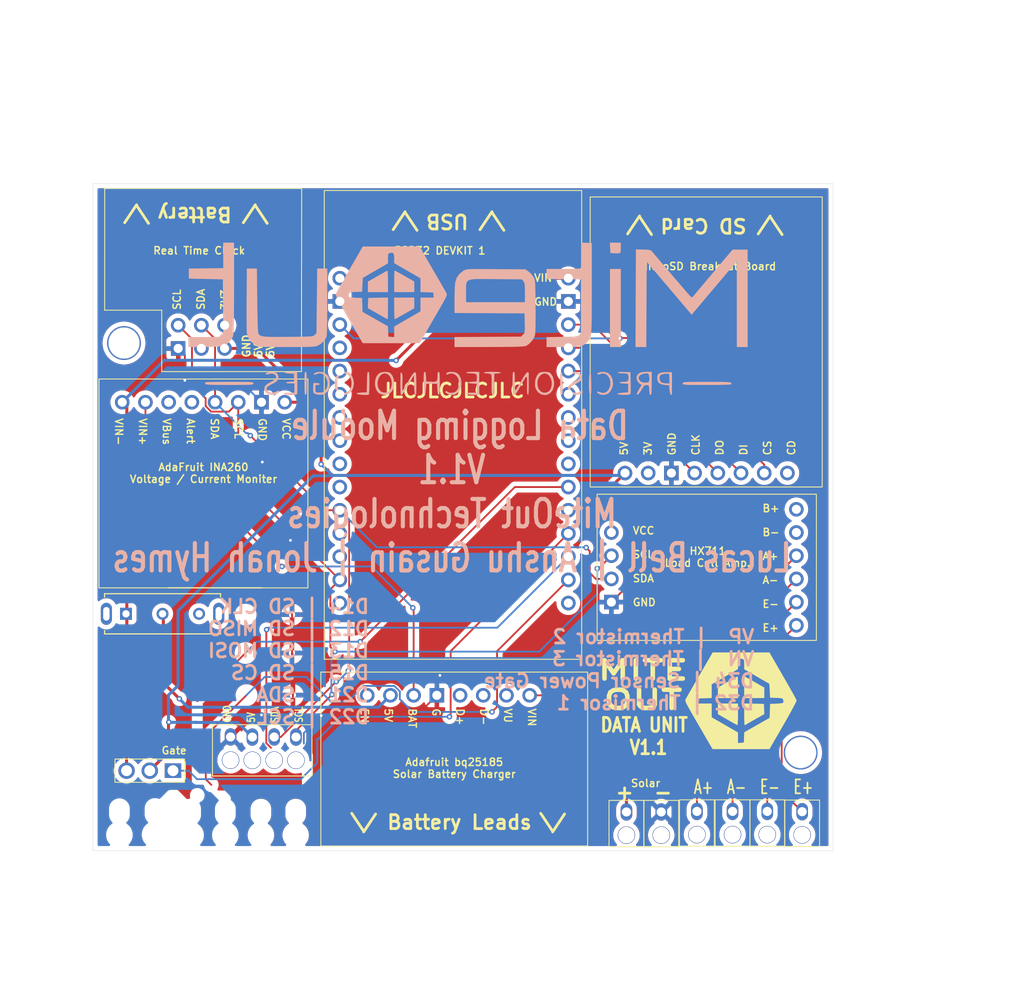
<source format=kicad_pcb>
(kicad_pcb (version 20241229) (generator "pcbnew") (generator_version "9.0")
  (layers (0 "F.Cu" signal) (2 "B.Cu" signal) (13 "F.Paste" user) (15 "B.Paste" user) (5 "F.SilkS" user "F.Silkscreen") (7 "B.SilkS" user "B.Silkscreen") (1 "F.Mask" user) (3 "B.Mask" user) (25 "Edge.Cuts" user))
  (net 0 "")
  (net 1 "+5V")
  (net 2 "Net-(HX711-SCK)")
  (net 5 "Net-(J3-Pin_6)")
  (net 6 "Net-(INO1-VCC)")
  (net 7 "Net-(J3-Pin_12)")
  (net 9 "Net-(J3-Pin_2)")
  (net 10 "Net-(J3-Pin_11)")
  (net 11 "Net-(J3-Pin_18)")
  (net 14 "GND")
  (net 17 "Net-(J3-Pin_13)")
  (net 19 "Net-(HX711-DT)")
  (net 29 "Net-(BQ1-Solar_in)")
  (net 32 "Net-(BQ1-5v)")
  (net 33 "Net-(BQ1-Bat_Voltage)")
  (net 35 "Net-(HX711-E+)")
  (net 36 "Net-(HX711-A+)")
  (net 37 "Net-(HX711-E-)")
  (net 38 "Net-(HX711-A-)")
  (net 40 "Net-(HX711-VCC)")
  (net 49 "unconnected-(J3-Pin_2-Pad2)")
  (net 50 "unconnected-(J3-Pin_6-Pad6)")
  (net 51 "unconnected-(J3-Pin_3-Pad3)")
  (footprint "MiteOut:SDCard" (layer "F.Cu") (at 135.43 62.125 -90)
    (property "Reference" "U3" (hide yes))
    (property "Value" "~" (hide yes))
    (pad "1" thru_hole circle (at 30.226 3.81 270) (size 1.6 1.6) (drill 1) (layers "*.Cu" "*.Mask"))
    (pad "2" thru_hole circle (at 30.226 6.35 270) (size 1.6 1.6) (drill 1) (layers "*.Cu" "*.Mask") (net 11 "Net-(J3-Pin_18)"))
    (pad "3" thru_hole circle (at 30.226 8.89 270) (size 1.6 1.6) (drill 1) (layers "*.Cu" "*.Mask") (net 17 "Net-(J3-Pin_13)"))
    (pad "4" thru_hole circle (at 30.226 11.43 270) (size 1.6 1.6) (drill 1) (layers "*.Cu" "*.Mask") (net 7 "Net-(J3-Pin_12)"))
    (pad "5" thru_hole circle (at 30.226 13.97 270) (size 1.6 1.6) (drill 1) (layers "*.Cu" "*.Mask") (net 10 "Net-(J3-Pin_11)"))
    (pad "6" thru_hole rect (at 30.226 16.51 270) (size 1.6 1.6) (drill 1) (layers "*.Cu" "*.Mask") (net 14 "GND"))
    (pad "7" thru_hole circle (at 30.226 19.05 270) (size 1.6 1.6) (drill 1) (layers "*.Cu" "*.Mask"))
    (pad "8" thru_hole circle (at 30.226 21.59 270) (size 1.6 1.6) (drill 1) (layers "*.Cu" "*.Mask") (net 40 "Net-(HX711-VCC)"))
  )
  (footprint "MiteOut:Charger" (layer "F.Cu") (at 80.545 114.14)
    (property "Reference" "BQ1" (hide yes))
    (property "Value" "~")
    (pad "1" thru_hole circle (at 22.86 2.54) (size 1.6 1.6) (drill 1) (layers "*.Cu" "*.Mask") (net 29 "Net-(BQ1-Solar_in)"))
    (pad "2" thru_hole circle (at 20.32 2.54) (size 1.6 1.6) (drill 1) (layers "*.Cu" "*.Mask"))
    (pad "3" thru_hole circle (at 17.78 2.54) (size 1.6 1.6) (drill 1) (layers "*.Cu" "*.Mask"))
    (pad "4" thru_hole circle (at 15.24 2.54) (size 1.6 1.6) (drill 1) (layers "*.Cu" "*.Mask"))
    (pad "5" thru_hole rect (at 12.7 2.54) (size 1.6 1.6) (drill 1) (layers "*.Cu" "*.Mask") (net 14 "GND"))
    (pad "6" thru_hole circle (at 10.16 2.54) (size 1.6 1.6) (drill 1) (layers "*.Cu" "*.Mask") (net 33 "Net-(BQ1-Bat_Voltage)"))
    (pad "7" thru_hole circle (at 7.62 2.54) (size 1.6 1.6) (drill 1) (layers "*.Cu" "*.Mask") (net 32 "Net-(BQ1-5v)"))
    (pad "8" thru_hole circle (at 5.08 2.54) (size 1.6 1.6) (drill 1) (layers "*.Cu" "*.Mask"))
  )
  (footprint "MiteOut:Pins" (layer "F.Cu") (at 130.53 120.41)
    (property "Reference" "REF**" (hide yes))
    (property "Value" "Pins" (hide yes))
    (pad "" np_thru_hole circle (at 2.54 2.54) (size 3.7 3.7) (drill 3.4) (layers "*.Cu" "*.Mask"))
  )
  (footprint "MiteOut:throughole" (layer "F.Cu") (at 112.095 128.18)
    (property "Reference" "H11" (hide yes))
    (property "Value" "MountingHole_Pad_MP" (hide yes))
    (pad "" np_thru_hole circle (at 1.905 3.81) (size 1.905 1.905) (drill 1.8) (layers "*.Cu" "*.Mask"))
    (pad "MP" thru_hole oval (at 1.905 1.27 90) (size 1.905 1.27) (drill 1) (layers "*.Cu" "*.Mask") (net 29 "Net-(BQ1-Solar_in)"))
  )
  (footprint "MiteOut:ESP" (layer "F.Cu") (at 109.1 112.735 180)
    (property "Reference" "J3" (hide yes))
    (property "Value" "Conn_02x15_Counter_Clockwise" (hide yes))
    (pad "1" thru_hole circle (at 1.46 6.15 180) (size 1.6 1.6) (drill 1) (layers "*.Cu" "*.Mask"))
    (pad "2" thru_hole circle (at 1.46 8.69 180) (size 1.6 1.6) (drill 1) (layers "*.Cu" "*.Mask") (net 49 "unconnected-(J3-Pin_2-Pad2)"))
    (pad "3" thru_hole circle (at 1.46 11.23 180) (size 1.6 1.6) (drill 1) (layers "*.Cu" "*.Mask") (net 51 "unconnected-(J3-Pin_3-Pad3)"))
    (pad "4" thru_hole circle (at 1.46 13.77 180) (size 1.6 1.6) (drill 1) (layers "*.Cu" "*.Mask"))
    (pad "5" thru_hole circle (at 1.46 16.31 180) (size 1.6 1.6) (drill 1) (layers "*.Cu" "*.Mask"))
    (pad "6" thru_hole circle (at 1.46 18.85 180) (size 1.6 1.6) (drill 1) (layers "*.Cu" "*.Mask") (net 50 "unconnected-(J3-Pin_6-Pad6)"))
    (pad "7" thru_hole circle (at 1.46 21.39 180) (size 1.6 1.6) (drill 1) (layers "*.Cu" "*.Mask"))
    (pad "8" thru_hole circle (at 1.46 23.93 180) (size 1.6 1.6) (drill 1) (layers "*.Cu" "*.Mask"))
    (pad "9" thru_hole circle (at 1.46 26.47 180) (size 1.6 1.6) (drill 1) (layers "*.Cu" "*.Mask"))
    (pad "10" thru_hole circle (at 1.46 29.01 180) (size 1.6 1.6) (drill 1) (layers "*.Cu" "*.Mask"))
    (pad "11" thru_hole circle (at 1.46 31.55 180) (size 1.6 1.6) (drill 1) (layers "*.Cu" "*.Mask") (net 10 "Net-(J3-Pin_11)"))
    (pad "12" thru_hole circle (at 1.46 34.09 180) (size 1.6 1.6) (drill 1) (layers "*.Cu" "*.Mask") (net 7 "Net-(J3-Pin_12)"))
    (pad "13" thru_hole circle (at 1.46 36.63 180) (size 1.6 1.6) (drill 1) (layers "*.Cu" "*.Mask") (net 17 "Net-(J3-Pin_13)"))
    (pad "14" thru_hole rect (at 1.46 39.17 180) (size 1.6 1.6) (drill 1) (layers "*.Cu" "*.Mask") (net 14 "GND"))
    (pad "15" thru_hole circle (at 1.46 41.71 180) (size 1.6 1.6) (drill 1) (layers "*.Cu" "*.Mask") (net 1 "+5V"))
    (pad "16" thru_hole circle (at 26.48 41.71 180) (size 1.6 1.6) (drill 1) (layers "*.Cu" "*.Mask"))
    (pad "17" thru_hole rect (at 26.48 39.17 180) (size 1.6 1.6) (drill 1) (layers "*.Cu" "*.Mask") (net 14 "GND"))
    (pad "18" thru_hole circle (at 26.48 36.63 180) (size 1.6 1.6) (drill 1) (layers "*.Cu" "*.Mask") (net 11 "Net-(J3-Pin_18)"))
    (pad "19" thru_hole circle (at 26.48 34.09 180) (size 1.6 1.6) (drill 1) (layers "*.Cu" "*.Mask"))
    (pad "20" thru_hole circle (at 26.48 31.55 180) (size 1.6 1.6) (drill 1) (layers "*.Cu" "*.Mask"))
    (pad "21" thru_hole circle (at 26.48 29.01 180) (size 1.6 1.6) (drill 1) (layers "*.Cu" "*.Mask"))
    (pad "22" thru_hole circle (at 26.48 26.47 180) (size 1.6 1.6) (drill 1) (layers "*.Cu" "*.Mask"))
    (pad "23" thru_hole circle (at 26.48 23.93 180) (size 1.6 1.6) (drill 1) (layers "*.Cu" "*.Mask"))
    (pad "24" thru_hole circle (at 26.48 21.39 180) (size 1.6 1.6) (drill 1) (layers "*.Cu" "*.Mask"))
    (pad "25" thru_hole circle (at 26.48 18.85 180) (size 1.6 1.6) (drill 1) (layers "*.Cu" "*.Mask"))
    (pad "26" thru_hole circle (at 26.48 16.31 180) (size 1.6 1.6) (drill 1) (layers "*.Cu" "*.Mask") (net 19 "Net-(HX711-DT)"))
    (pad "27" thru_hole circle (at 26.48 13.77 180) (size 1.6 1.6) (drill 1) (layers "*.Cu" "*.Mask"))
    (pad "28" thru_hole circle (at 26.48 11.23 180) (size 1.6 1.6) (drill 1) (layers "*.Cu" "*.Mask"))
    (pad "29" thru_hole circle (at 26.48 8.69 180) (size 1.6 1.6) (drill 1) (layers "*.Cu" "*.Mask") (net 2 "Net-(HX711-SCK)"))
    (pad "30" thru_hole circle (at 26.48 6.15 180) (size 1.6 1.6) (drill 1) (layers "*.Cu" "*.Mask"))
  )
  (footprint "MiteOut:hx711" (layer "F.Cu") (at 134.89 110.67 180)
    (property "Reference" "HX711" (hide yes))
    (property "Value" "~" (hide yes))
    (pad "1" thru_hole circle (at 2.29 1.65 180) (size 1.6 1.6) (drill 1) (layers "*.Cu" "*.Mask") (net 35 "Net-(HX711-E+)"))
    (pad "2" thru_hole circle (at 2.29 4.19 180) (size 1.6 1.6) (drill 1) (layers "*.Cu" "*.Mask") (net 37 "Net-(HX711-E-)"))
    (pad "3" thru_hole circle (at 2.29 6.73 180) (size 1.6 1.6) (drill 1) (layers "*.Cu" "*.Mask") (net 38 "Net-(HX711-A-)"))
    (pad "4" thru_hole circle (at 2.29 9.27 180) (size 1.6 1.6) (drill 1) (layers "*.Cu" "*.Mask") (net 36 "Net-(HX711-A+)"))
    (pad "5" thru_hole circle (at 2.29 11.81 180) (size 1.6 1.6) (drill 1) (layers "*.Cu" "*.Mask"))
    (pad "6" thru_hole circle (at 2.29 14.35 180) (size 1.6 1.6) (drill 1) (layers "*.Cu" "*.Mask"))
    (pad "7" thru_hole rect (at 22.54 4.19 180) (size 1.6 1.6) (drill 1) (layers "*.Cu" "*.Mask") (net 14 "GND"))
    (pad "8" thru_hole circle (at 22.54 6.73 180) (size 1.6 1.6) (drill 1) (layers "*.Cu" "*.Mask") (net 19 "Net-(HX711-DT)"))
    (pad "9" thru_hole circle (at 22.54 9.27 180) (size 1.6 1.6) (drill 1) (layers "*.Cu" "*.Mask") (net 2 "Net-(HX711-SCK)"))
    (pad "10" thru_hole circle (at 22.54 11.81 180) (size 1.6 1.6) (drill 1) (layers "*.Cu" "*.Mask") (net 40 "Net-(HX711-VCC)"))
  )
  (footprint "MiteOut:Mosfet" (layer "F.Cu") (at 56.74 124.93)
    (property "Reference" "Q1" (hide yes))
    (property "Value" "PMOS" (hide yes))
    (pad "D" thru_hole circle (at 5.08 0) (size 1.8 1.8) (drill 1.2) (layers "*.Cu" "*.Mask"))
    (pad "G" thru_hole rect (at 7.62 0) (size 1.8 1.6) (drill 1.2) (layers "*.Cu" "*.Mask"))
    (pad "S" thru_hole circle (at 2.54 0) (size 1.8 1.8) (drill 1.2) (layers "*.Cu" "*.Mask") (net 1 "+5V"))
  )
  (footprint "MiteOut1:miteoutlogo1" (layer "F.Cu") (at 118.040766 119.100334)
    (property "Reference" "G***" (hide yes))
    (property "Value" "LOGO" (hide yes))
  )
  (footprint "MiteOut:throughole" (layer "F.Cu") (at 115.905 128.18)
    (property "Reference" "H12" (hide yes))
    (property "Value" "Solar -" (hide yes))
    (pad "" np_thru_hole circle (at 1.905 3.81) (size 1.905 1.905) (drill 1.8) (layers "*.Cu" "*.Mask"))
    (pad "MP" thru_hole oval (at 1.905 1.27 90) (size 1.905 1.27) (drill 1) (layers "*.Cu" "*.Mask") (net 14 "GND"))
  )
  (footprint "MiteOut:INA" (layer "F.Cu") (at 79.1273 104.9189 180)
    (property "Reference" "INO1" (hide yes))
    (property "Value" "~")
    (pad "1" thru_hole circle (at 2.54 20.32 180) (size 1.6 1.6) (drill 1) (layers "*.Cu" "*.Mask") (net 6 "Net-(INO1-VCC)"))
    (pad "2" thru_hole rect (at 5.08 20.32 180) (size 1.6 1.6) (drill 1) (layers "*.Cu" "*.Mask") (net 14 "GND"))
    (pad "3" thru_hole circle (at 7.62 20.32 180) (size 1.6 1.6) (drill 1) (layers "*.Cu" "*.Mask") (net 2 "Net-(HX711-SCK)"))
    (pad "4" thru_hole circle (at 10.16 20.32 180) (size 1.6 1.6) (drill 1) (layers "*.Cu" "*.Mask") (net 19 "Net-(HX711-DT)"))
    (pad "5" thru_hole circle (at 12.7 20.32 180) (size 1.6 1.6) (drill 1) (layers "*.Cu" "*.Mask"))
    (pad "6" thru_hole circle (at 15.24 20.32 180) (size 1.6 1.6) (drill 1) (layers "*.Cu" "*.Mask"))
    (pad "7" thru_hole circle (at 17.78 20.32 180) (size 1.6 1.6) (drill 1) (layers "*.Cu" "*.Mask") (net 33 "Net-(BQ1-Bat_Voltage)"))
    (pad "8" thru_hole circle (at 20.32 20.32 180) (size 1.6 1.6) (drill 1) (layers "*.Cu" "*.Mask") (net 1 "+5V"))
  )
  (footprint "MiteOut:throughole" (layer "F.Cu") (at 119.81 128.12)
    (property "Reference" "H2" (hide yes))
    (property "Value" "LoadCell1" (hide yes))
    (pad "" np_thru_hole circle (at 1.905 3.81) (size 1.905 1.905) (drill 1.8) (layers "*.Cu" "*.Mask"))
    (pad "MP" thru_hole oval (at 1.905 1.27 90) (size 1.905 1.27) (drill 1) (layers "*.Cu" "*.Mask") (net 36 "Net-(HX711-A+)"))
  )
  (footprint "MiteOut:throughole" (layer "F.Cu") (at 127.51 128.12)
    (property "Reference" "H4" (hide yes))
    (property "Value" "LoadCell2" (hide yes))
    (pad "" np_thru_hole circle (at 1.905 3.81) (size 1.905 1.905) (drill 1.8) (layers "*.Cu" "*.Mask"))
    (pad "MP" thru_hole oval (at 1.905 1.27 90) (size 1.905 1.27) (drill 1) (layers "*.Cu" "*.Mask") (net 37 "Net-(HX711-E-)"))
  )
  (footprint "Button_Switch_THT:SW_DIP_SPSTx01_Slide_6.7x4.1mm_W7.62mm_P2.54mm_LowProfile" (layer "F.Cu") (at 56.875 105.55)
    (property "Reference" "SW2" (hide yes))
    (property "Value" "SW_SPST" (hide yes))
    (pad "1" thru_hole rect (at 2.345 2.21) (size 1.308 1.308) (drill 0.8) (layers "*.Cu" "*.Mask") (net 1 "+5V"))
    (pad "2" thru_hole circle (at 6.345 2.21) (size 1.308 1.308) (drill 0.8) (layers "*.Cu" "*.Mask") (net 32 "Net-(BQ1-5v)"))
    (pad "3" thru_hole circle (at 10.345 2.21) (size 1.308 1.308) (drill 0.8) (layers "*.Cu" "*.Mask"))
    (pad "SH1" thru_hole oval (at 0.195 2.21) (size 1.208 2.416) (drill oval 0.7 1.5) (layers "*.Cu" "*.Mask"))
    (pad "SH2" thru_hole oval (at 12.495 2.21) (size 1.208 2.416) (drill oval 0.7 1.5) (layers "*.Cu" "*.Mask"))
  )
  (footprint "MiteOut:throughole" (layer "F.Cu") (at 123.71 128.12)
    (property "Reference" "H1" (hide yes))
    (property "Value" "LoadCell3" (hide yes))
    (pad "" np_thru_hole circle (at 1.905 3.81) (size 1.905 1.905) (drill 1.8) (layers "*.Cu" "*.Mask"))
    (pad "MP" thru_hole oval (at 1.905 1.27 90) (size 1.905 1.27) (drill 1) (layers "*.Cu" "*.Mask") (net 38 "Net-(HX711-A-)"))
  )
  (footprint "Connector_JST:JST_EH_B4B-EH-A_1x04_P2.50mm_Vertical" (layer "F.Cu") (at 68.69 119.93)
    (property "Reference" "StemmaQT1" (hide yes))
    (property "Value" "Conn_01x04" (hide yes))
    (pad "" np_thru_hole circle (at 1.975 3.85) (size 1.905 1.905) (drill 1.8) (layers "*.Cu" "*.Mask"))
    (pad "" np_thru_hole circle (at 4.36 3.86) (size 1.905 1.905) (drill 1.8) (layers "*.Cu" "*.Mask"))
    (pad "" np_thru_hole circle (at 6.75 3.85) (size 1.905 1.905) (drill 1.8) (layers "*.Cu" "*.Mask"))
    (pad "" np_thru_hole circle (at 9.135 3.86) (size 1.905 1.905) (drill 1.8) (layers "*.Cu" "*.Mask"))
    (pad "1" thru_hole oval (at 1.975 1.31 90) (size 1.905 1.27) (drill 1) (layers "*.Cu" "*.Mask") (net 14 "GND"))
    (pad "2" thru_hole oval (at 4.36 1.32 90) (size 1.905 1.27) (drill 1) (layers "*.Cu" "*.Mask") (net 40 "Net-(HX711-VCC)"))
    (pad "3" thru_hole oval (at 6.75 1.31 90) (size 1.905 1.27) (drill 1) (layers "*.Cu" "*.Mask") (net 19 "Net-(HX711-DT)"))
    (pad "4" thru_hole oval (at 9.135 1.32 90) (size 1.905 1.27) (drill 1) (layers "*.Cu" "*.Mask") (net 2 "Net-(HX711-SCK)"))
  )
  (footprint "MiteOut:Pins" (layer "F.Cu") (at 56.46 75.58)
    (property "Reference" "REF**" (hide yes))
    (property "Value" "Pins" (hide yes))
    (pad "" np_thru_hole circle (at 2.54 2.54) (size 3.7 3.7) (drill 3.4) (layers "*.Cu" "*.Mask"))
  )
  (footprint "MiteOut:Clock" (layer "F.Cu") (at 78.4215 61.1878 -90)
    (property "Reference" "U1" (hide yes))
    (property "Value" "~")
    (pad "1" thru_hole circle (at 14.9822 10.9515 270.8) (size 1.6 1.6) (drill 1) (layers "*.Cu" "*.Mask") (net 19 "Net-(HX711-DT)"))
    (pad "2" thru_hole circle (at 14.9822 13.4915 270.8) (size 1.6 1.6) (drill 1) (layers "*.Cu" "*.Mask") (net 2 "Net-(HX711-SCK)"))
    (pad "3" thru_hole rect (at 17.5222 13.4915 270.8) (size 1.6 1.6) (drill 1) (layers "*.Cu" "*.Mask") (net 14 "GND"))
    (pad "4" thru_hole circle (at 17.5222 8.4115 270.8) (size 1.6 1.6) (drill 1) (layers "*.Cu" "*.Mask") (net 40 "Net-(HX711-VCC)"))
    (pad "5" thru_hole circle (at 14.9822 8.4115 270.8) (size 1.6 1.6) (drill 1) (layers "*.Cu" "*.Mask"))
    (pad "6" thru_hole circle (at 17.5222 10.9515 270.8) (size 1.6 1.6) (drill 1) (layers "*.Cu" "*.Mask"))
  )
  (footprint "MiteOut:throughole" (layer "F.Cu") (at 131.33 128.15)
    (property "Reference" "H3" (hide yes))
    (property "Value" "LoadCell4" (hide yes))
    (pad "" np_thru_hole circle (at 1.905 3.81) (size 1.905 1.905) (drill 1.8) (layers "*.Cu" "*.Mask"))
    (pad "MP" thru_hole oval (at 1.905 1.27 90) (size 1.905 1.27) (drill 1) (layers "*.Cu" "*.Mask") (net 35 "Net-(HX711-E+)"))
  )
  (footprint "MiteOut1:miteoutlogo1" (layer "B.Cu") (at 96.744666 74.664997 180)
    (property "Reference" "G***" (hide yes))
    (property "Value" "LOGO" (hide yes))
  )
  (gr_line (start 136.61 60.68) (end 55.61 60.68) (stroke (width 0.0381)) (layer "Edge.Cuts"))
  (gr_line (start 55.61 60.68) (end 55.61 133.68) (stroke (width 0.0381)) (layer "Edge.Cuts"))
  (gr_line (start 136.61 133.68) (end 136.61 60.68) (stroke (width 0.0381)) (layer "Edge.Cuts"))
  (gr_line (start 55.61 133.68) (end 136.61 133.68) (stroke (width 0.0381)) (layer "Edge.Cuts"))
  (gr_text "MITE\nOUT\n" (at 115.81 118.335 0) (layer "F.SilkS") (effects (font (size 2 3) (thickness 0.5) (bold yes)) (justify bottom)))
  (gr_text "VIN\n\nGND\n" (at 103.81 74.08 0) (layer "F.SilkS") (effects (font (size 0.8128 0.8128) (thickness 0.1524) (bold yes)) (justify left bottom)))
  (gr_text "ESP32 DEVKIT 1" (at 88.51 68.48 0) (layer "F.SilkS") (effects (font (size 0.8128 0.8128) (thickness 0.1524) (bold yes)) (justify left bottom)))
  (gr_text "SCL\n\nSDA\n\n3V3" (at 70.51 74.58 90) (layer "F.SilkS") (effects (font (size 0.8128 0.8128) (thickness 0.1524) (bold yes)) (justify left bottom)))
  (gr_text "GND\n\n5V\n\nSDA\n\nSCL" (at 78.63 119.74 90) (layer "F.SilkS") (effects (font (size 0.8128 0.6128) (thickness 0.1424) (bold yes)) (justify left bottom)))
  (gr_text "GND\n5V\n5V" (at 75.49 79.78 90) (layer "F.SilkS") (effects (font (size 0.8128 0.8128) (thickness 0.1524) (bold yes)) (justify left bottom)))
  (gr_text "VCC\n\nSCl\n\nSDA\n\nGND" (at 114.61 106.98 0) (layer "F.SilkS") (effects (font (size 0.8128 0.8128) (thickness 0.1524) (bold yes)) (justify left bottom)))
  (gr_text "B+\n\nB-\n\nA+\n\nA-\n\nE-\n\nE+" (at 128.81 109.78 0) (layer "F.SilkS") (effects (font (size 0.8128 0.8128) (thickness 0.1524) (bold yes)) (justify left bottom)))
  (gr_text "JLCJLCJLCJLC" (at 86.922 84.228 0) (layer "F.SilkS") (effects (font (size 1.524 1.524) (thickness 0.3048) (bold yes)) (justify left bottom)))
  (gr_text "MicroSD Breakout Board" (at 115.33 70.2 0) (layer "F.SilkS") (effects (font (size 0.8128 0.8128) (thickness 0.1524) (bold yes)) (justify left bottom)))
  (gr_text "A+  A-  E-  E+\n" (at 127.91 125.82 0) (layer "F.SilkS") (effects (font (size 1.524 1) (thickness 0.1875) (bold yes)) (justify top)))
  (gr_text "Solar" (at 114.41 126.78 0) (layer "F.SilkS") (effects (font (size 0.8128 0.8128) (thickness 0.1524) (bold yes)) (justify left bottom)))
  (gr_text "VCC\n\nGND\n\nSCL\n\nSDA\n\nAlert\n\nVBus\n\nVIN+\n\nVIN-" (at 57.966 86.26 270) (layer "F.SilkS") (effects (font (size 0.8128 0.8128) (thickness 0.1524) (bold yes)) (justify left bottom)))
  (gr_text "Adafruit bq25185\nSolar Battery Charger" (at 95.15 125.78 0) (layer "F.SilkS") (effects (font (size 0.8128 0.8128) (thickness 0.1524) (bold yes)) (justify bottom)))
  (gr_text "VIN\n\nVU\n\nD-\n\nD+\n\nG\n\nBAT\n\n5V\n\nEN" (at 84.85 118.03 270) (layer "F.SilkS") (effects (font (size 0.8128 0.8128) (thickness 0.1524) (bold yes)) (justify left bottom)))
  (gr_text "\\/ USB \\/" (at 100.638 63.908 180) (layer "F.SilkS") (effects (font (size 1.524 1.524) (thickness 0.3048) (bold yes)) (justify left bottom)))
  (gr_text "Real Time Clock" (at 62.11 68.48 0) (layer "F.SilkS") (effects (font (size 0.8128 0.8128) (thickness 0.1524) (bold yes)) (justify left bottom)))
  (gr_text "\\/ Battery \\/" (at 74.73 63.146 180) (layer "F.SilkS") (effects (font (size 1.524 1.524) (thickness 0.3048) (bold yes)) (justify left bottom)))
  (gr_text "GND\n5V\n5V" (at 75.51 79.78 90) (layer "F.SilkS") (effects (font (size 0.8128 0.8128) (thickness 0.1524) (bold yes)) (justify left bottom)))
  (gr_text "DATA UNIT \nV1.1" (at 116.41 123.28 0) (layer "F.SilkS") (effects (font (size 1.524 1.25) (thickness 0.3048) (bold yes)) (justify bottom)))
  (gr_text "\\/ Battery Leads \\/" (at 83.874 131.472 0) (layer "F.SilkS") (effects (font (size 1.524 1.524) (thickness 0.3048) (bold yes)) (justify left bottom)))
  (gr_text "+  -" (at 115.905 128.18 0) (layer "F.SilkS") (effects (font (size 1.524 1.524) (thickness 0.3048) (bold yes)) (justify bottom)))
  (gr_text "AdaFruit INA260\nVoltage / Current Moniter" (at 67.6973 93.4889 0) (layer "F.SilkS") (effects (font (size 0.8128 0.8128) (thickness 0.1524) (bold yes)) (justify bottom)))
  (gr_text "Gate" (at 63.03 123.2 0) (layer "F.SilkS") (effects (font (size 0.8128 0.8128) (thickness 0.1524) (bold yes)) (justify left bottom)))
  (gr_text "\\/ SD Card \\/" (at 131.092 64.374 180) (layer "F.SilkS") (effects (font (size 1.524 1.524) (thickness 0.3048) (bold yes)) (justify left bottom)))
  (gr_text "HX711\nLoad Cell Amp." (at 122.89 102.67 0) (layer "F.SilkS") (effects (font (size 0.8128 0.8128) (thickness 0.1524) (bold yes)) (justify bottom)))
  (gr_text "5V\n\n3V\n\nGND\n\nCLK\n\nDO\n\nDI\n\nCS\n\nCD" (at 132.53 90.5 90) (layer "F.SilkS") (effects (font (size 0.8128 0.8128) (thickness 0.1524) (bold yes)) (justify left bottom)))
  (gr_text "D14 | SD CLK\nD12 | SD MISO\nD13 | SD MOSI\nD15 | SD CS\nD21 | SDA\nD22 | SCL" (at 85.992 119.92 0) (layer "B.SilkS") (effects (font (size 1.5 1.5) (thickness 0.3) (bold yes)) (justify left bottom mirror)))
  (gr_text "VP  | Thermistor 2\nVN  | Thermistor 3\nD34 | Sensor Power Gate\nD32 | Thermisor 1\n" (at 128.156 118.396 0) (layer "B.SilkS") (effects (font (size 1.5 1.5) (thickness 0.3) (bold yes)) (justify left bottom mirror)))
  (gr_text "Data Loggimg Module \nV1.1\nMiteOut Technologies\nLucas Bell | Anshu Gusain | Jonah Hymes\n\n" (at 94.882 108.236 0) (layer "B.SilkS") (effects (font (size 3 2.25) (thickness 0.45) (bold yes)) (justify bottom mirror)))
  (segment (start 94.63 119.027) (end 94.757 118.9) (width 0.2) (layer "F.Cu") (net 0))
  (segment (start 94.757 111.848) (end 107.64 98.965) (width 0.2) (layer "F.Cu") (net 0))
  (segment (start 94.757 118.9) (end 94.757 111.848) (width 0.2) (layer "F.Cu") (net 0))
  (via (at 94.63 119.027) (size 0.6) (drill 0.3) (layers "F.Cu" "B.Cu") (net 0))
  (segment (start 82.693 119.027) (end 80.23 121.49) (width 0.2) (layer "B.Cu") (net 0))
  (segment (start 80.23 121.49) (end 80.14 121.49) (width 0.2) (layer "B.Cu") (net 0))
  (segment (start 94.63 119.027) (end 82.693 119.027) (width 0.2) (layer "B.Cu") (net 0))
  (segment (start 80.14 121.49) (end 80.14 124.08) (width 0.2) (layer "B.Cu") (net 0))
  (segment (start 66.995 125.86) (end 66.065 124.93) (width 0.2) (layer "B.Cu") (net 0))
  (segment (start 78.36 125.86) (end 66.995 125.86) (width 0.2) (layer "B.Cu") (net 0))
  (segment (start 80.14 124.08) (end 78.36 125.86) (width 0.2) (layer "B.Cu") (net 0))
  (segment (start 66.065 124.93) (end 64.36 124.93) (width 0.2) (layer "B.Cu") (net 0))
  (segment (start 94.61 74.33) (end 97.915 71.025) (width 0.33) (layer "F.Cu") (net 1))
  (segment (start 59.31 123.255) (end 59.28 123.285) (width 0.33) (layer "F.Cu") (net 1))
  (segment (start 97.915 71.025) (end 107.64 71.025) (width 0.33) (layer "F.Cu") (net 1))
  (segment (start 59.28 123.285) (end 59.28 124.93) (width 0.33) (layer "F.Cu") (net 1))
  (segment (start 88.785 80.025) (end 94.48 74.33) (width 0.33) (layer "F.Cu") (net 1))
  (segment (start 59.31 85.1016) (end 59.31 123.255) (width 0.33) (layer "F.Cu") (net 1))
  (segment (start 94.48 74.33) (end 94.61 74.33) (width 0.33) (layer "F.Cu") (net 1))
  (segment (start 58.8073 84.5989) (end 59.31 85.1016) (width 0.33) (layer "F.Cu") (net 1))
  (via (at 88.785 80.025) (size 0.6) (drill 0.3) (layers "F.Cu" "B.Cu") (net 1))
  (segment (start 88.785 80.025) (end 87.785 80.025) (width 0.33) (layer "B.Cu") (net 1))
  (segment (start 87.77 80.01) (end 63.3962 80.01) (width 0.33) (layer "B.Cu") (net 1))
  (segment (start 63.3962 80.01) (end 58.8073 84.5989) (width 0.33) (layer "B.Cu") (net 1))
  (segment (start 87.785 80.025) (end 87.77 80.01) (width 0.33) (layer "B.Cu") (net 1))
  (segment (start 82.09 111.9) (end 81.592 111.402) (width 0.2) (layer "F.Cu") (net 2))
  (segment (start 112.35 101.4) (end 110.95 102.8) (width 0.2) (layer "F.Cu") (net 2))
  (segment (start 64.93 76.17) (end 66.442 77.682) (width 0.2) (layer "F.Cu") (net 2))
  (segment (start 70.4793 85.6269) (end 71.5073 84.5989) (width 0.2) (layer "F.Cu") (net 2))
  (segment (start 81.592 111.402) (end 81.592 105.073) (width 0.2) (layer "F.Cu") (net 2))
  (segment (start 77.825 120.545) (end 81.77 116.6) (width 0.2) (layer "F.Cu") (net 2))
  (segment (start 82.62 104.045) (end 71.5073 92.9323) (width 0.2) (layer "F.Cu") (net 2))
  (segment (start 66.442 82.675788) (end 67.9393 84.173088) (width 0.2) (layer "F.Cu") (net 2))
  (segment (start 68.541488 85.6269) (end 70.4793 85.6269) (width 0.2) (layer "F.Cu") (net 2))
  (segment (start 66.442 77.682) (end 66.442 82.675788) (width 0.2) (layer "F.Cu") (net 2))
  (segment (start 67.9393 85.024712) (end 68.541488 85.6269) (width 0.2) (layer "F.Cu") (net 2))
  (segment (start 77.825 121.25) (end 77.825 120.545) (width 0.2) (layer "F.Cu") (net 2))
  (segment (start 71.5073 92.9323) (end 71.5073 84.5989) (width 0.2) (layer "F.Cu") (net 2))
  (segment (start 110.95 102.8) (end 110.8 102.8) (width 0.2) (layer "F.Cu") (net 2))
  (segment (start 81.592 105.073) (end 82.62 104.045) (width 0.2) (layer "F.Cu") (net 2))
  (segment (start 67.9393 84.173088) (end 67.9393 85.024712) (width 0.2) (layer "F.Cu") (net 2))
  (via (at 81.77 116.6) (size 0.6) (drill 0.3) (layers "F.Cu" "B.Cu") (net 2))
  (via (at 110.8 102.8) (size 0.6) (drill 0.3) (layers "F.Cu" "B.Cu") (net 2))
  (via (at 82.09 111.9) (size 0.6) (drill 0.3) (layers "F.Cu" "B.Cu") (net 2))
  (segment (start 81.702 112.288) (end 82.09 111.9) (width 0.2) (layer "B.Cu") (net 2))
  (segment (start 110.8 105.56) (end 104.46 111.9) (width 0.2) (layer "B.Cu") (net 2))
  (segment (start 110.8 102.8) (end 110.8 105.56) (width 0.2) (layer "B.Cu") (net 2))
  (segment (start 81.77 116.6) (end 81.702 116.532) (width 0.2) (layer "B.Cu") (net 2))
  (segment (start 81.702 116.532) (end 81.702 112.288) (width 0.2) (layer "B.Cu") (net 2))
  (segment (start 104.46 111.9) (end 82.09 111.9) (width 0.2) (layer "B.Cu") (net 2))
  (segment (start 72.3 112.05) (end 67.02 117.33) (width 0.2) (layer "F.Cu") (net 5))
  (segment (start 110.294 78.645) (end 107.64 78.645) (width 0.2) (layer "F.Cu") (net 7))
  (segment (start 124 92.351) (end 110.294 78.645) (width 0.2) (layer "F.Cu") (net 7))
  (segment (start 67.954262 125.874262) (end 68.56 126.48) (width 0.2) (layer "F.Cu") (net 9))
  (segment (start 67.954262 121.115738) (end 67.954262 125.874262) (width 0.2) (layer "F.Cu") (net 9))
  (segment (start 72.41 116.66) (end 67.954262 121.115738) (width 0.2) (layer "F.Cu") (net 9))
  (segment (start 110.294 81.185) (end 107.64 81.185) (width 0.2) (layer "F.Cu") (net 10))
  (segment (start 121.46 92.351) (end 110.294 81.185) (width 0.2) (layer "F.Cu") (net 10))
  (segment (start 129.08 92.351) (end 129.08 91.43) (width 0.2) (layer "F.Cu") (net 11))
  (segment (start 115.22 77.57) (end 114.299 77.57) (width 0.2) (layer "F.Cu") (net 11))
  (segment (start 129.08 91.43) (end 115.22 77.57) (width 0.2) (layer "F.Cu") (net 11))
  (segment (start 114.299 77.57) (end 113.32 77.57) (width 0.2) (layer "F.Cu") (net 11))
  (segment (start 113.32 77.57) (end 113.28 77.61) (width 0.2) (layer "F.Cu") (net 11))
  (via (at 113.28 77.61) (size 0.6) (drill 0.3) (layers "F.Cu" "B.Cu") (net 11))
  (segment (start 113.28 77.61) (end 84.125 77.61) (width 0.2) (layer "B.Cu") (net 11))
  (segment (start 84.125 77.61) (end 82.62 76.105) (width 0.2) (layer "B.Cu") (net 11))
  (segment (start 73.075 118.83) (end 74.05 118.83) (width 0.2) (layer "F.Cu") (net 14))
  (segment (start 77.49 118.53) (end 77.49 116.66) (width 0.2) (layer "F.Cu") (net 14))
  (segment (start 77.26 118.76) (end 77.49 118.53) (width 0.2) (layer "F.Cu") (net 14))
  (segment (start 77.38 112.05) (end 77.38 114.06) (width 0.2) (layer "F.Cu") (net 14))
  (segment (start 70.665 121.24) (end 73.075 118.83) (width 0.2) (layer "F.Cu") (net 14))
  (segment (start 64.93 78.71) (end 65.66 79.44) (width 0.2) (layer "F.Cu") (net 14))
  (segment (start 93.245 114.835) (end 93.58 114.5) (width 0.2) (layer "F.Cu") (net 14))
  (segment (start 77.396 112.034) (end 77.38 112.05) (width 0.2) (layer "F.Cu") (net 14))
  (segment (start 77.396 99.896) (end 77.22 99.72) (width 0.2) (layer "F.Cu") (net 14))
  (segment (start 77.396 107.8455) (end 77.396 112.034) (width 0.2) (layer "F.Cu") (net 14))
  (segment (start 77.38 114.06) (end 77.49 114.17) (width 0.2) (layer "F.Cu") (net 14))
  (segment (start 65.66 79.44) (end 65.66 82.2) (width 0.2) (layer "F.Cu") (net 14))
  (segment (start 91.015 118.91) (end 93.245 116.68) (width 0.2) (layer "F.Cu") (net 14))
  (segment (start 78.34 96.84) (end 78.34 95.35) (width 0.2) (layer "F.Cu") (net 14))
  (segment (start 80.59 118.91) (end 91.015 118.91) (width 0.2) (layer "F.Cu") (net 14))
  (segment (start 78.34 95.35) (end 74.14 91.15) (width 0.2) (layer "F.Cu") (net 14))
  (segment (start 77.49 112.16) (end 77.38 112.05) (width 0.2) (layer "F.Cu") (net 14))
  (segment (start 118.92 99.91) (end 112.35 106.48) (width 0.2) (layer "F.Cu") (net 14))
  (segment (start 70.665 121.24) (end 70.665 121.245) (width 0.2) (layer "F.Cu") (net 14))
  (segment (start 118.92 92.351) (end 118.92 99.91) (width 0.2) (layer "F.Cu") (net 14))
  (segment (start 93.245 116.68) (end 93.245 114.835) (width 0.2) (layer "F.Cu") (net 14))
  (segment (start 77.49 114.17) (end 77.49 116.66) (width 0.2) (layer "F.Cu") (net 14))
  (segment (start 77.396 107.8455) (end 77.396 99.896) (width 0.2) (layer "F.Cu") (net 14))
  (via (at 77.22 99.72) (size 0.6) (drill 0.3) (layers "F.Cu" "B.Cu") (net 14))
  (via (at 78.34 96.84) (size 0.6) (drill 0.3) (layers "F.Cu" "B.Cu") (net 14))
  (via (at 74.14 91.15) (size 0.6) (drill 0.3) (layers "F.Cu" "B.Cu") (net 14))
  (via (at 77.26 118.76) (size 0.6) (drill 0.3) (layers "F.Cu" "B.Cu") (net 14))
  (via (at 80.59 118.91) (size 0.6) (drill 0.3) (layers "F.Cu" "B.Cu") (net 14))
  (via (at 74.05 118.83) (size 0.6) (drill 0.3) (layers "F.Cu" "B.Cu") (net 14))
  (via (at 65.66 82.2) (size 0.6) (drill 0.3) (layers "F.Cu" "B.Cu") (net 14))
  (via (at 93.58 114.5) (size 0.6) (drill 0.3) (layers "F.Cu" "B.Cu") (net 14))
  (segment (start 74.0473 91.0573) (end 74.0473 84.5989) (width 0.2) (layer "B.Cu") (net 14))
  (segment (start 107.66 114.5) (end 112.35 109.81) (width 0.2) (layer "B.Cu") (net 14))
  (segment (start 71.6484 82.2) (end 74.0473 84.5989) (width 0.2) (layer "B.Cu") (net 14))
  (segment (start 65.66 82.2) (end 71.6484 82.2) (width 0.2) (layer "B.Cu") (net 14))
  (segment (start 77.19 118.83) (end 77.26 118.76) (width 0.2) (layer "B.Cu") (net 14))
  (segment (start 74.05 118.83) (end 77.19 118.83) (width 0.2) (layer "B.Cu") (net 14))
  (segment (start 77.22 99.72) (end 78.34 98.6) (width 0.2) (layer "B.Cu") (net 14))
  (segment (start 112.35 109.81) (end 112.35 106.48) (width 0.2) (layer "B.Cu") (net 14))
  (segment (start 78.34 98.6) (end 78.34 96.84) (width 0.2) (layer "B.Cu") (net 14))
  (segment (start 80.59 118.91) (end 78.688 120.812) (width 0.2) (layer "B.Cu") (net 14))
  (segment (start 74.14 91.15) (end 74.0473 91.0573) (width 0.2) (layer "B.Cu") (net 14))
  (segment (start 78.688 120.812) (end 78.688 121.962) (width 0.2) (layer "B.Cu") (net 14))
  (segment (start 93.58 114.5) (end 107.66 114.5) (width 0.2) (layer "B.Cu") (net 14))
  (segment (start 126.54 92.351) (end 110.294 76.105) (width 0.2) (layer "F.Cu") (net 17))
  (segment (start 110.294 76.105) (end 107.64 76.105) (width 0.2) (layer "F.Cu") (net 17))
  (segment (start 83.648 113.912) (end 83.648 109.61) (width 0.2) (layer "F.Cu") (net 19))
  (segment (start 68.9673 77.6673) (end 68.9673 84.5989) (width 0.2) (layer "F.Cu") (net 19))
  (segment (start 109.98 100.9) (end 109.59 100.51) (width 0.2) (layer "F.Cu") (net 19))
  (segment (start 83.648 109.61) (end 83.648 97.453) (width 0.2) (layer "F.Cu") (net 19))
  (segment (start 109.98 103.27) (end 109.98 100.9) (width 0.2) (layer "F.Cu") (net 19))
  (segment (start 76.17 121.24) (end 82.23 115.18) (width 0.2) (layer "F.Cu") (net 19))
  (segment (start 83.55 114.01) (end 83.648 113.912) (width 0.2) (layer "F.Cu") (net 19))
  (segment (start 83.648 97.453) (end 82.62 96.425) (width 0.2) (layer "F.Cu") (net 19))
  (segment (start 75.44 121.24) (end 76.17 121.24) (width 0.2) (layer "F.Cu") (net 19))
  (segment (start 110.65 103.94) (end 109.98 103.27) (width 0.2) (layer "F.Cu") (net 19))
  (segment (start 67.47 76.17) (end 68.9673 77.6673) (width 0.2) (layer "F.Cu") (net 19))
  (segment (start 112.35 103.94) (end 110.65 103.94) (width 0.2) (layer "F.Cu") (net 19))
  (segment (start 82.62 96.425) (end 81.005 96.425) (width 0.2) (layer "F.Cu") (net 19))
  (segment (start 81.005 96.425) (end 72.83 88.25) (width 0.2) (layer "F.Cu") (net 19))
  (via (at 109.59 100.51) (size 0.6) (drill 0.3) (layers "F.Cu" "B.Cu") (net 19))
  (via (at 72.83 88.25) (size 0.6) (drill 0.3) (layers "F.Cu" "B.Cu") (net 19))
  (via (at 83.55 114.01) (size 0.6) (drill 0.3) (layers "F.Cu" "B.Cu") (net 19))
  (via (at 82.23 115.18) (size 0.6) (drill 0.3) (layers "F.Cu" "B.Cu") (net 19))
  (segment (start 82.23 115.18) (end 82.38 115.18) (width 0.2) (layer "B.Cu") (net 19))
  (segment (start 109.557 100.477) (end 86.672 100.477) (width 0.2) (layer "B.Cu") (net 19))
  (segment (start 72.83 88.25) (end 72.56 87.98) (width 0.2) (layer "B.Cu") (net 19))
  (segment (start 82.38 115.18) (end 83.55 114.01) (width 0.2) (layer "B.Cu") (net 19))
  (segment (start 86.672 100.477) (end 82.62 96.425) (width 0.2) (layer "B.Cu") (net 19))
  (segment (start 72.3484 87.98) (end 68.9673 84.5989) (width 0.2) (layer "B.Cu") (net 19))
  (segment (start 109.59 100.51) (end 109.557 100.477) (width 0.2) (layer "B.Cu") (net 19))
  (segment (start 72.56 87.98) (end 72.3484 87.98) (width 0.2) (layer "B.Cu") (net 19))
  (segment (start 103.405 116.68) (end 107.97 116.68) (width 0.2) (layer "F.Cu") (net 29))
  (segment (start 107.97 116.68) (end 114 122.71) (width 0.2) (layer "F.Cu") (net 29))
  (segment (start 114 122.71) (end 114 129.45) (width 0.2) (layer "F.Cu") (net 29))
  (segment (start 114 129.45) (end 114 127.275) (width 0.33) (layer "F.Cu") (net 29))
  (segment (start 63.31 108.51) (end 63.31 115.31) (width 0.33) (layer "F.Cu") (net 32))
  (segment (start 63.31 115.31) (end 65.06 117.06) (width 0.33) (layer "F.Cu") (net 32))
  (via (at 65.06 117.06) (size 0.6) (drill 0.3) (layers "F.Cu" "B.Cu") (net 32))
  (segment (start 65.99 117.99) (end 86.855 117.99) (width 0.33) (layer "B.Cu") (net 32))
  (segment (start 65.06 117.06) (end 65.99 117.99) (width 0.33) (layer "B.Cu") (net 32))
  (segment (start 86.855 117.99) (end 88.165 116.68) (width 0.33) (layer "B.Cu") (net 32))
  (segment (start 61.3473 87.6273) (end 76.3 102.58) (width 0.2) (layer "F.Cu") (net 33))
  (segment (start 90.62 107.11) (end 90.705 107.195) (width 0.2) (layer "F.Cu") (net 33))
  (segment (start 61.3473 84.5989) (end 61.3473 87.6273) (width 0.2) (layer "F.Cu") (net 33))
  (segment (start 90.705 107.195) (end 90.705 116.68) (width 0.2) (layer "F.Cu") (net 33))
  (via (at 76.3 102.58) (size 0.6) (drill 0.3) (layers "F.Cu" "B.Cu") (net 33))
  (via (at 90.62 107.11) (size 0.6) (drill 0.3) (layers "F.Cu" "B.Cu") (net 33))
  (segment (start 86.09 102.58) (end 90.62 107.11) (width 0.2) (layer "B.Cu") (net 33))
  (segment (start 76.3 102.58) (end 86.09 102.58) (width 0.2) (layer "B.Cu") (net 33))
  (segment (start 130.992 127.177) (end 133.235 129.42) (width 0.2) (layer "F.Cu") (net 35))
  (segment (start 133.235 129.027) (end 133.235 129.42) (width 0.127) (layer "F.Cu") (net 35))
  (segment (start 132.6 109.02) (end 130.992 110.628) (width 0.2) (layer "F.Cu") (net 35))
  (segment (start 133.215 129.007) (end 133.215 129.4) (width 0.127) (layer "F.Cu") (net 35))
  (segment (start 130.992 110.628) (end 130.992 127.177) (width 0.2) (layer "F.Cu") (net 35))
  (segment (start 132.6 101.4) (end 121.715 112.285) (width 0.2) (layer "F.Cu") (net 36))
  (segment (start 121.715 112.285) (end 121.715 129.39) (width 0.2) (layer "F.Cu") (net 36))
  (segment (start 129.415 129.39) (end 129.415 109.665) (width 0.2) (layer "F.Cu") (net 37))
  (segment (start 129.415 109.665) (end 132.6 106.48) (width 0.2) (layer "F.Cu") (net 37))
  (segment (start 125.615 110.925) (end 125.615 129.39) (width 0.2) (layer "F.Cu") (net 38))
  (segment (start 132.6 103.94) (end 125.615 110.925) (width 0.2) (layer "F.Cu") (net 38))
  (segment (start 76.5873 84.5989) (end 79.1711 84.5989) (width 0.33) (layer "F.Cu") (net 40))
  (segment (start 80.58 85.77) (end 80.58 91.39) (width 0.33) (layer "F.Cu") (net 40))
  (segment (start 79.1711 84.5989) (end 79.29 84.48) (width 0.2) (layer "F.Cu") (net 40))
  (segment (start 112.35 98.86) (end 112.35 93.841) (width 0.33) (layer "F.Cu") (net 40))
  (segment (start 63.87 122.88) (end 61.82 124.93) (width 0.33) (layer "F.Cu") (net 40))
  (segment (start 73.52 78.71) (end 79.29 84.48) (width 0.33) (layer "F.Cu") (net 40))
  (segment (start 112.35 93.841) (end 113.84 92.351) (width 0.33) (layer "F.Cu") (net 40))
  (segment (start 79.29 84.48) (end 80.58 85.77) (width 0.33) (layer "F.Cu") (net 40))
  (segment (start 63.91 119.62) (end 63.91 119.82) (width 0.33) (layer "F.Cu") (net 40))
  (segment (start 63.87 119.86) (end 63.87 122.88) (width 0.33) (layer "F.Cu") (net 40))
  (segment (start 70.01 78.71) (end 73.52 78.71) (width 0.33) (layer "F.Cu") (net 40))
  (segment (start 63.91 119.82) (end 63.87 119.86) (width 0.33) (layer "F.Cu") (net 40))
  (via (at 80.58 91.39) (size 0.6) (drill 0.3) (layers "F.Cu" "B.Cu") (net 40))
  (via (at 63.91 119.62) (size 0.6) (drill 0.3) (layers "F.Cu" "B.Cu") (net 40))
  (segment (start 63.87 116.66) (end 64.92 115.61) (width 0.33) (layer "B.Cu") (net 40))
  (segment (start 64.03 119.62) (end 64.05 119.64) (width 0.33) (layer "B.Cu") (net 40))
  (segment (start 79.7 92.65) (end 81.76 92.65) (width 0.33) (layer "B.Cu") (net 40))
  (segment (start 80.58 91.39) (end 81.563 92.373) (width 0.33) (layer "B.Cu") (net 40))
  (segment (start 81.563 92.373) (end 81.8 92.61) (width 0.33) (layer "B.Cu") (net 40))
  (segment (start 81.76 92.65) (end 81.8 92.61) (width 0.33) (layer "B.Cu") (net 40))
  (segment (start 63.91 119.62) (end 63.87 119.58) (width 0.33) (layer "B.Cu") (net 40))
  (segment (start 63.87 119.58) (end 63.87 116.66) (width 0.33) (layer "B.Cu") (net 40))
  (segment (start 64.92 107.43) (end 79.7 92.65) (width 0.33) (layer "B.Cu") (net 40))
  (segment (start 63.91 119.62) (end 64.03 119.62) (width 0.33) (layer "B.Cu") (net 40))
  (segment (start 64.92 115.61) (end 64.92 107.43) (width 0.33) (layer "B.Cu") (net 40))
  (segment (start 66.893296 119.64) (end 66.903296 119.65) (width 0.33) (layer "B.Cu") (net 40))
  (segment (start 64.05 119.64) (end 66.893296 119.64) (width 0.33) (layer "B.Cu") (net 40))
  (segment (start 71.45 119.65) (end 73.05 121.25) (width 0.33) (layer "B.Cu") (net 40))
  (segment (start 66.903296 119.65) (end 71.45 119.65) (width 0.33) (layer "B.Cu") (net 40))
  (segment (start 113.581 92.61) (end 113.84 92.351) (width 0.33) (layer "B.Cu") (net 40))
  (segment (start 81.8 92.61) (end 113.581 92.61) (width 0.33) (layer "B.Cu") (net 40))
  (segment (start 99.837 117.943) (end 99.28 118.5) (width 0.2) (layer "F.Cu") (net 49))
  (segment (start 99.837 111.848) (end 99.837 117.943) (width 0.2) (layer "F.Cu") (net 49))
  (segment (start 107.64 104.045) (end 99.837 111.848) (width 0.2) (layer "F.Cu") (net 49))
  (via (at 99.28 118.5) (size 0.6) (drill 0.3) (layers "F.Cu" "B.Cu") (net 49))
  (segment (start 99.28 118.5) (end 90.587188 118.5) (width 0.2) (layer "B.Cu") (net 49))
  (segment (start 89.193 116.254188) (end 88.590812 115.652) (width 0.2) (layer "B.Cu") (net 49))
  (segment (start 85.199188 115.652) (end 83.471188 117.38) (width 0.2) (layer "B.Cu") (net 49))
  (segment (start 78.94 114.67) (end 74.4 114.67) (width 0.2) (layer "B.Cu") (net 49))
  (segment (start 81.65 117.38) (end 78.94 114.67) (width 0.2) (layer "B.Cu") (net 49))
  (segment (start 88.590812 115.652) (end 85.199188 115.652) (width 0.2) (layer "B.Cu") (net 49))
  (segment (start 83.471188 117.38) (end 81.65 117.38) (width 0.2) (layer "B.Cu") (net 49))
  (segment (start 89.193 117.105812) (end 89.193 116.254188) (width 0.2) (layer "B.Cu") (net 49))
  (segment (start 90.587188 118.5) (end 89.193 117.105812) (width 0.2) (layer "B.Cu") (net 49))
  (segment (start 74.4 114.67) (end 72.41 116.66) (width 0.2) (layer "B.Cu") (net 49))
  (segment (start 107.64 93.885) (end 101.785 93.885) (width 0.2) (layer "F.Cu") (net 50))
  (segment (start 101.785 93.885) (end 84.86 110.81) (width 0.2) (layer "F.Cu") (net 50))
  (via (at 84.86 110.81) (size 0.6) (drill 0.3) (layers "F.Cu" "B.Cu") (net 50))
  (segment (start 73.54 110.81) (end 72.3 112.05) (width 0.2) (layer "B.Cu") (net 50))
  (segment (start 84.86 110.81) (end 84.86 110.65) (width 0.2) (layer "B.Cu") (net 50))
  (segment (start 84.86 110.81) (end 73.54 110.81) (width 0.2) (layer "B.Cu") (net 50))
  (segment (start 74.577 121.914966) (end 75.092534 122.4305) (width 0.2) (layer "F.Cu") (net 51))
  (segment (start 74.61 109.73) (end 74.577 109.763) (width 0.2) (layer "F.Cu") (net 51))
  (segment (start 74.61 109.49) (end 74.61 109.73) (width 0.2) (layer "F.Cu") (net 51))
  (segment (start 74.577 109.763) (end 74.577 121.914966) (width 0.2) (layer "F.Cu") (net 51))
  (via (at 74.61 109.49) (size 0.6) (drill 0.3) (layers "F.Cu" "B.Cu") (net 51))
  (segment (start 74.82 109.28) (end 99.865 109.28) (width 0.2) (layer "B.Cu") (net 51))
  (segment (start 74.61 109.49) (end 74.82 109.28) (width 0.2) (layer "B.Cu") (net 51))
  (segment (start 99.865 109.28) (end 107.64 101.505) (width 0.2) (layer "B.Cu") (net 51))
  (zone (net 14) (net_name "GND") (layers "F.Cu" "B.Cu") (priority 1) (connect_pads (clearance 0.5)) (min_thickness 0.25) (fill yes (thermal_gap 0.5) (thermal_bridge_width 0.5))
    (polygon (pts (xy 47.040879 54.360439) (xy 50.2 144.32) (xy 157.54 148.87) (xy 153.95 40.57) (xy 46.624106 54.152054)))
  )
)
</source>
